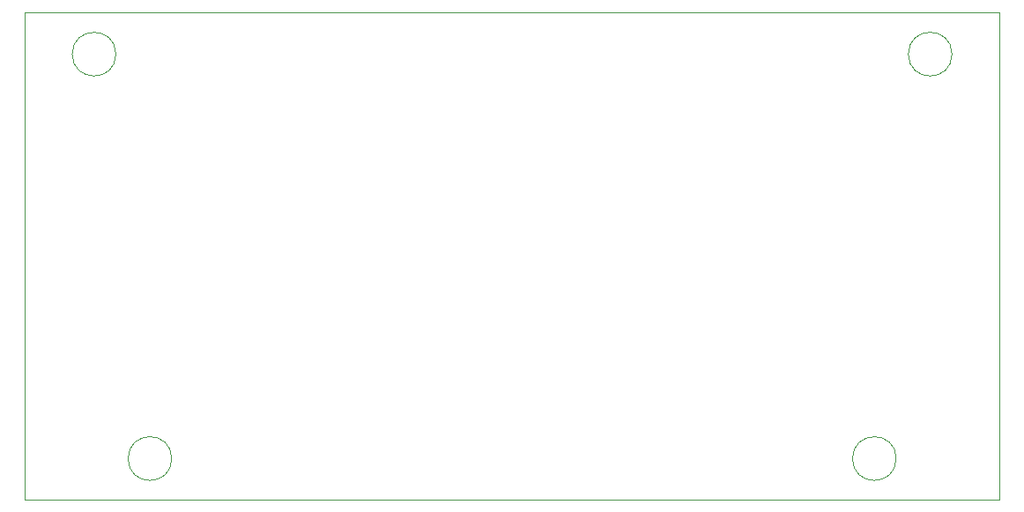
<source format=gm1>
G04 #@! TF.GenerationSoftware,KiCad,Pcbnew,(5.1.12)-1*
G04 #@! TF.CreationDate,2024-09-15T14:26:28+03:00*
G04 #@! TF.ProjectId,CaliperPCB,43616c69-7065-4725-9043-422e6b696361,rev?*
G04 #@! TF.SameCoordinates,Original*
G04 #@! TF.FileFunction,Profile,NP*
%FSLAX46Y46*%
G04 Gerber Fmt 4.6, Leading zero omitted, Abs format (unit mm)*
G04 Created by KiCad (PCBNEW (5.1.12)-1) date 2024-09-15 14:26:28*
%MOMM*%
%LPD*%
G01*
G04 APERTURE LIST*
G04 #@! TA.AperFunction,Profile*
%ADD10C,0.050000*%
G04 #@! TD*
G04 APERTURE END LIST*
D10*
X193735000Y-125856000D02*
G75*
G03*
X193735000Y-125856000I-2100000J0D01*
G01*
X124135000Y-125856000D02*
G75*
G03*
X124135000Y-125856000I-2100000J0D01*
G01*
X118770000Y-87000000D02*
G75*
G03*
X118770000Y-87000000I-2100000J0D01*
G01*
X199100000Y-87000000D02*
G75*
G03*
X199100000Y-87000000I-2100000J0D01*
G01*
X203670000Y-129794000D02*
X203670000Y-83000000D01*
X110000000Y-83000000D02*
X203670000Y-83000000D01*
X110000000Y-129794000D02*
X110000000Y-83000000D01*
X203670000Y-129794000D02*
X110000000Y-129794000D01*
M02*

</source>
